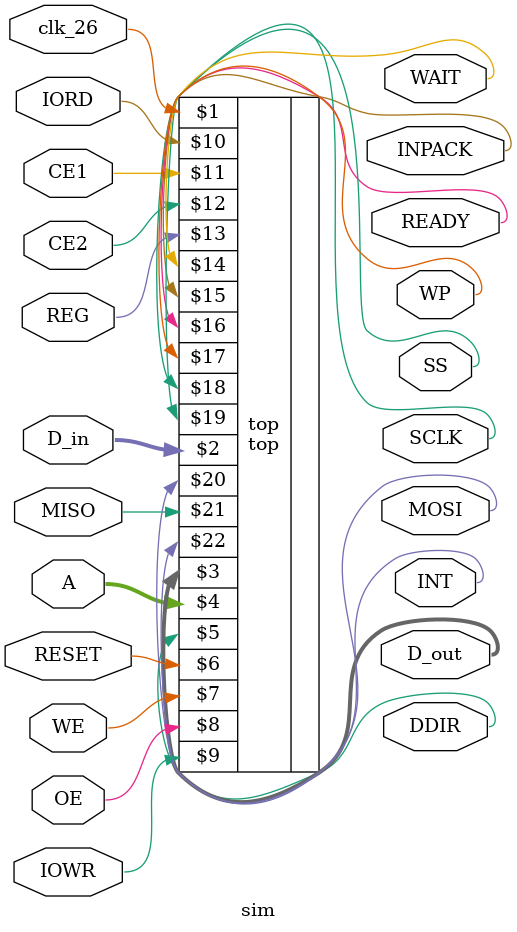
<source format=v>
`include "top.v"

module sim(
		input wire clk_26,
		input [7:0] D_in,
		output [7:0] D_out,
		input wire [15:0] A,
		output wire DDIR,
		input wire RESET,
		input wire WE,
		input wire OE,
		input wire IOWR,
		input wire IORD,
		input wire CE1,
		input wire CE2,
		input wire REG,
		output wire WAIT,
		output wire INPACK,
		output wire READY,
		output wire WP,
		output wire SS,
		output wire SCLK,
		output wire MOSI,
		input wire MISO,
		output wire INT,
		);

	top top(
			clk_26,
			D_in,
			D_out,
			A,
			DDIR,
			RESET,
			WE,
			OE,
			IOWR,
			IORD,
			CE1,
			CE2,
			REG,
			WAIT,
			INPACK,
			READY,
			WP,
			SS,
			SCLK,
			MOSI,
			MISO,
			INT
		);

endmodule
</source>
